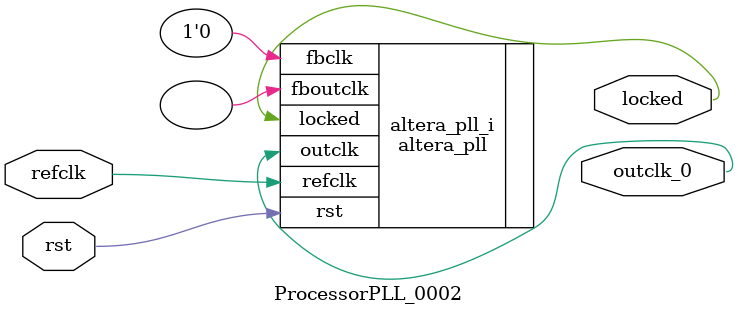
<source format=v>
`timescale 1ns/10ps
module  ProcessorPLL_0002(

	// interface 'refclk'
	input wire refclk,

	// interface 'reset'
	input wire rst,

	// interface 'outclk0'
	output wire outclk_0,

	// interface 'locked'
	output wire locked
);

	altera_pll #(
		.fractional_vco_multiplier("false"),
		.reference_clock_frequency("50.0 MHz"),
		.operation_mode("direct"),
		.number_of_clocks(1),
		.output_clock_frequency0("7.500000 MHz"),
		.phase_shift0("0 ps"),
		.duty_cycle0(50),
		.output_clock_frequency1("0 MHz"),
		.phase_shift1("0 ps"),
		.duty_cycle1(50),
		.output_clock_frequency2("0 MHz"),
		.phase_shift2("0 ps"),
		.duty_cycle2(50),
		.output_clock_frequency3("0 MHz"),
		.phase_shift3("0 ps"),
		.duty_cycle3(50),
		.output_clock_frequency4("0 MHz"),
		.phase_shift4("0 ps"),
		.duty_cycle4(50),
		.output_clock_frequency5("0 MHz"),
		.phase_shift5("0 ps"),
		.duty_cycle5(50),
		.output_clock_frequency6("0 MHz"),
		.phase_shift6("0 ps"),
		.duty_cycle6(50),
		.output_clock_frequency7("0 MHz"),
		.phase_shift7("0 ps"),
		.duty_cycle7(50),
		.output_clock_frequency8("0 MHz"),
		.phase_shift8("0 ps"),
		.duty_cycle8(50),
		.output_clock_frequency9("0 MHz"),
		.phase_shift9("0 ps"),
		.duty_cycle9(50),
		.output_clock_frequency10("0 MHz"),
		.phase_shift10("0 ps"),
		.duty_cycle10(50),
		.output_clock_frequency11("0 MHz"),
		.phase_shift11("0 ps"),
		.duty_cycle11(50),
		.output_clock_frequency12("0 MHz"),
		.phase_shift12("0 ps"),
		.duty_cycle12(50),
		.output_clock_frequency13("0 MHz"),
		.phase_shift13("0 ps"),
		.duty_cycle13(50),
		.output_clock_frequency14("0 MHz"),
		.phase_shift14("0 ps"),
		.duty_cycle14(50),
		.output_clock_frequency15("0 MHz"),
		.phase_shift15("0 ps"),
		.duty_cycle15(50),
		.output_clock_frequency16("0 MHz"),
		.phase_shift16("0 ps"),
		.duty_cycle16(50),
		.output_clock_frequency17("0 MHz"),
		.phase_shift17("0 ps"),
		.duty_cycle17(50),
		.pll_type("General"),
		.pll_subtype("General")
	) altera_pll_i (
		.rst	(rst),
		.outclk	({outclk_0}),
		.locked	(locked),
		.fboutclk	( ),
		.fbclk	(1'b0),
		.refclk	(refclk)
	);
endmodule


</source>
